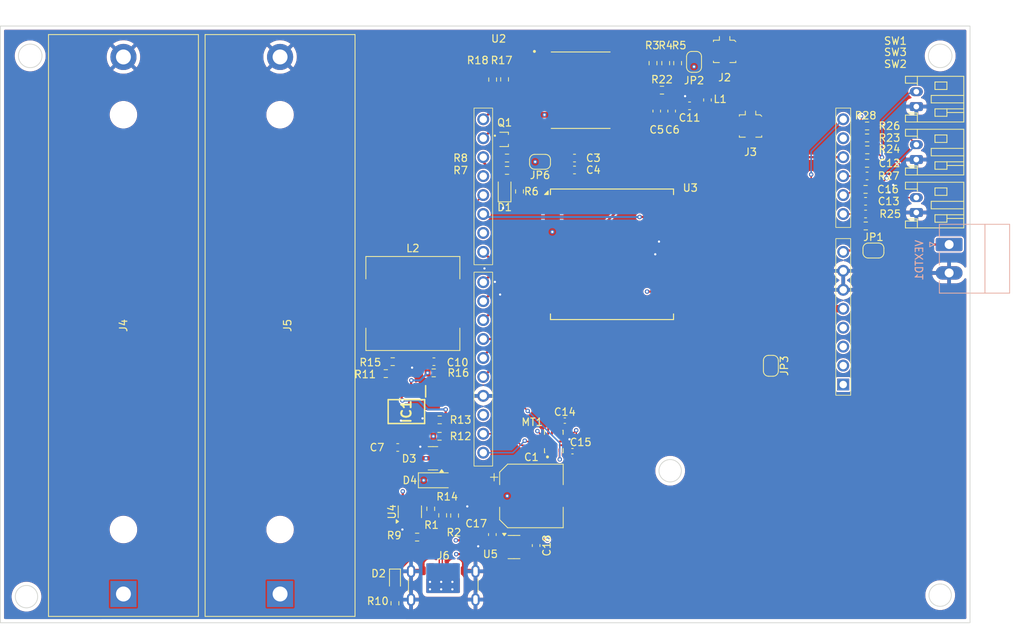
<source format=kicad_pcb>
(kicad_pcb (version 20241229) (generator "pcbnew") (generator_version "9.0")
  (layers (0 "F.Cu" signal) (4 "In1.Cu" signal) (6 "In2.Cu" signal) (2 "B.Cu" signal) (13 "F.Paste" user) (15 "B.Paste" user) (5 "F.SilkS" user "F.Silkscreen") (7 "B.SilkS" user "B.Silkscreen") (1 "F.Mask" user) (3 "B.Mask" user) (25 "Edge.Cuts" user))
  (net 0 "")
  (net 1 "/CONN/PB15_SPI2_MOSI")
  (net 3 "Net-(A2-VIN)")
  (net 4 "/CONN/PI3")
  (net 5 "/CONN/PC6_TX")
  (net 6 "/CONN/PB14_SPI2_MISO")
  (net 7 "/CONN/PB9_SDA")
  (net 8 "/CONN/PI2")
  (net 9 "/CONN/PC7_RX")
  (net 12 "+5V")
  (net 13 "/CONN/PF10_BT3")
  (net 14 "/CONN/PG7")
  (net 15 "/CONN/PA0_BT2")
  (net 16 "/CONN/PIO_SPI2_NSS")
  (net 17 "GND")
  (net 18 "/CONN/PA8")
  (net 19 "/CONN/PB4")
  (net 20 "/CONN/PA15")
  (net 23 "/CONN/PI1_SPI2_SCK")
  (net 24 "/CONN/PB8_SCL")
  (net 25 "/CONN/PF8_LORA_RST")
  (net 26 "/CONN/PF9_BT1")
  (net 28 "+3.3V")
  (net 29 "/GPS/RF_IN")
  (net 30 "+BATT")
  (net 31 "Net-(IC1-FB)")
  (net 32 "Net-(C10-Pad1)")
  (net 33 "Net-(J2-In)")
  (net 34 "Net-(D1-K)")
  (net 35 "Net-(D2-A)")
  (net 36 "Net-(D2-K)")
  (net 38 "/ALIM/vsw")
  (net 39 "Net-(J3-In)")
  (net 40 "/GPS/STANDBY")
  (net 41 "Net-(Q1-B)")
  (net 42 "/GPS/FORCE_ON")
  (net 43 "Net-(R4-Pad1)")
  (net 44 "Net-(JP2-A)")
  (net 45 "Net-(R6-Pad2)")
  (net 46 "Net-(IC1-~{SYNC}{slash}EN)")
  (net 47 "Net-(U4-ISET)")
  (net 48 "Net-(IC1-COMP)")
  (net 49 "Net-(U2-RXD1)")
  (net 50 "Net-(U2-TXD1)")
  (net 51 "Net-(U2-VCC_RF)")
  (net 52 "Net-(R23-Pad2)")
  (net 53 "Net-(R25-Pad2)")
  (net 54 "Net-(R27-Pad2)")
  (net 57 "Net-(JP6-A)")
  (net 61 "Net-(JP1-B)")
  (net 62 "/CONN/PF6")
  (net 63 "/CONN/PG6_STBY_GPS")
  (net 64 "/GPS/VCC_RF")
  (net 65 "Net-(A2-+5V)")
  (net 66 "Net-(J6-CC1)")
  (net 67 "Net-(J6-CC2)")
  (footprint "Resistor_SMD:R_0603_1608Metric" (layer "F.Cu") (at 186.3 65.475 -90)
    (property "Reference" "R5")
    (property "Value" "1k")
  )
  (footprint "Resistor_SMD:R_0603_1608Metric" (layer "F.Cu") (at 211.7 78.9)
    (property "Reference" "R24")
    (property "Value" "10K")
  )
  (footprint "Capacitor_SMD:C_0603_1608Metric" (layer "F.Cu") (at 172.475 78.2)
    (property "Reference" "C3")
    (property "Value" "100nF")
  )
  (footprint "Connector_JST:JST_PH_S2B-PH-K_1x02_P2.00mm_Horizontal" (layer "F.Cu") (at 218.3 78.4 90)
    (property "Reference" "SW3")
    (property "Value" "SW_Push")
  )
  (footprint "Capacitor_SMD:C_0402_1005Metric" (layer "F.Cu") (at 171.18 113.4)
    (property "Reference" "C14")
    (property "Value" "100nF")
  )
  (footprint "Resistor_SMD:R_0603_1608Metric" (layer "F.Cu") (at 184.7 65.475 90)
    (property "Reference" "R4")
    (property "Value" "1k")
  )
  (footprint "Connector_Coaxial:U.FL_Molex_MCRF_73412-0110_Vertical" (layer "F.Cu") (at 196.075 73.9)
    (property "Reference" "J3")
    (property "Value" "Conn_Coaxial")
  )
  (footprint "Connector_JST:JST_PH_S2B-PH-K_1x02_P2.00mm_Horizontal" (layer "F.Cu") (at 218.3 71.3 90)
    (property "Reference" "SW1")
    (property "Value" "SW_Push")
  )
  (footprint "Package_TO_SOT_SMD:SOT-416" (layer "F.Cu") (at 163.1 75.7)
    (property "Reference" "Q1")
    (property "Value" "RE1C")
  )
  (footprint "Resistor_SMD:R_0603_1608Metric" (layer "F.Cu") (at 184.2 69.1)
    (property "Reference" "R22")
    (property "Value" "100R")
  )
  (footprint "RF_Module:Ai-Thinker-Ra-01-LoRa" (layer "F.Cu") (at 177.5 91.1)
    (property "Reference" "U3")
    (property "Value" "Ai-Thinker-Ra-02")
  )
  (footprint "Resistor_SMD:R_0603_1608Metric" (layer "F.Cu") (at 154.8 126.1 90)
    (property "Reference" "R1")
    (property "Value" "5.1k")
  )
  (footprint "Jumper:SolderJumper-2_P1.3mm_Open_RoundedPad1.0x1.5mm" (layer "F.Cu") (at 167.85 78.7 180)
    (property "Reference" "JP6")
    (property "Value" "SolderJumper_2_Open")
  )
  (footprint "Capacitor_SMD:C_0603_1608Metric" (layer "F.Cu") (at 161.4625 128.675 90)
    (property "Reference" "C17")
    (property "Value" "470nF")
  )
  (footprint "Connector_JST:JST_PH_S2B-PH-K_1x02_P2.00mm_Horizontal" (layer "F.Cu") (at 218.3 85.5 90)
    (property "Reference" "SW2")
    (property "Value" "SW_Push")
  )
  (footprint "Package_TO_SOT_SMD:SOT-23" (layer "F.Cu") (at 153.5 118.45 180)
    (property "Reference" "D3")
    (property "Value" "BZX84W")
  )
  (footprint "Connector_Coaxial:U.FL_Molex_MCRF_73412-0110_Vertical" (layer "F.Cu") (at 192.6 63.9)
    (property "Reference" "J2")
    (property "Value" "Conn_Coaxial")
  )
  (footprint "Battery:BatteryHolder_MPD_BH-18650-PC2" (layer "F.Cu") (at 133 136.645 90)
    (property "Reference" "J5")
    (property "Value" "Conn_01x02_Socket")
  )
  (footprint "Capacitor_SMD:C_0603_1608Metric" (layer "F.Cu") (at 187.9 71.2 180)
    (property "Reference" "C11")
    (property "Value" "100pF")
  )
  (footprint "Resistor_SMD:R_0603_1608Metric" (layer "F.Cu") (at 161.5 67.675 -90)
    (property "Reference" "R18")
    (property "Value" "0")
  )
  (footprint "Resistor_SMD:R_0603_1608Metric" (layer "F.Cu") (at 153.2 125.22 -90)
    (property "Reference" "R14")
    (property "Value" "250R")
  )
  (footprint "Capacitor_SMD:C_0603_1608Metric" (layer "F.Cu") (at 211.5 85.7)
    (property "Reference" "C13")
    (property "Value" "10nF")
  )
  (footprint "Resistor_SMD:R_0603_1608Metric" (layer "F.Cu") (at 165.1 82.675 90)
    (property "Reference" "R6")
    (property "Value" "10k")
  )
  (footprint "Resistor_SMD:R_0603_1608Metric" (layer "F.Cu") (at 163.425 79.85 180)
    (property "Reference" "R7")
    (property "Value" "4.7k")
  )
  (footprint "L76L-M33:XCVR_L76L-M33" (layer "F.Cu") (at 173.3 69.1)
    (property "Reference" "U2")
    (property "Value" "L76L-M33")
  )
  (footprint "ICM-45605:IC_ICM-45605" (layer "F.Cu") (at 169.7 116.2 90)
    (property "Reference" "MT1")
    (property "Value" "ICM-45605")
  )
  (footprint "Jumper:SolderJumper-2_P1.3mm_Open_RoundedPad1.0x1.5mm" (layer "F.Cu") (at 188.5 65.3 -90)
    (property "Reference" "JP2")
    (property "Value" "SolderJumper_2_Open")
  )
  (footprint "Inductor_SMD:L_0603_1608Metric" (layer "F.Cu") (at 190.3 70.4125 -90)
    (property "Reference" "L1")
    (property "Value" "47nF")
  )
  (footprint "Resistor_SMD:R_0603_1608Metric" (layer "F.Cu") (at 211.5 82.4)
    (property "Reference" "R27")
    (property "Value" "10K")
  )
  (footprint "LED_SMD:LED_0603_1608Metric" (layer "F.Cu") (at 148.4 134.78875 -90)
    (property "Reference" "D2")
    (property "Value" "LED")
  )
  (footprint "Inductor_SMD:L_12x12mm_H8mm" (layer "F.Cu") (at 150.8 97.7)
    (property "Reference" "L2")
    (property "Value" "100uH")
  )
  (footprint "Capacitor_SMD:C_0603_1608Metric" (layer "F.Cu") (at 148.775 117)
    (property "Reference" "C7")
    (property "Value" "10uF")
  )
  (footprint "Capacitor_SMD:C_0603_1608Metric" (layer "F.Cu") (at 183.5 71.9 -90)
    (property "Reference" "C5")
    (property "Value" "15pF")
  )
  (footprint "Jumper:SolderJumper-2_P1.3mm_Open_RoundedPad1.0x1.5mm" (layer "F.Cu") (at 198.8 106.05 -90)
    (property "Reference" "JP3")
    (property "Value" "SolderJumper_2_Open")
  )
  (footprint "Resistor_SMD:R_0603_1608Metric" (layer "F.Cu") (at 153.6 107)
    (property "Reference" "R16")
    (property "Value" "1k")
  )
  (footprint "Battery:BatteryHolder_MPD_BH-18650-PC2" (layer "F.Cu") (at 112 136.645 90)
    (property "Reference" "J4")
    (property "Value" "Conn_01x02_Socket")
  )
  (footprint "Capacitor_SMD:C_0603_1608Metric" (layer "F.Cu") (at 211.7 80.6)
    (property "Reference" "C12")
    (property "Value" "10nF")
  )
  (footprint "Diode_SMD:D_SOD-323" (layer "F.Cu") (at 163.1 82.45 90)
    (property "Reference" "D1")
    (property "Value" "1N4148WS")
  )
  (footprint "Capacitor_SMD:C_0603_1608Metric" (layer "F.Cu") (at 167.325 130.15 -90)
    (property "Reference" "C18")
    (property "Value" "470nF")
  )
  (footprint "Resistor_SMD:R_0603_1608Metric" (layer "F.Cu") (at 211.7 73.9)
    (property "Reference" "R28")
    (property "Value" "10K")
  )
  (footprint "Resistor_SMD:R_0603_1608Metric" (layer "F.Cu") (at 211.725 77.1)
    (property "Reference" "R23")
    (property "Value" "10K")
  )
  (footprint "MIC3172:SOIC127P599X173-8N" (layer "F.Cu") (at 149.935 112.188 -90)
    (property "Reference" "IC1")
    (property "Value" "MIC3172YM" (hide yes))
  )
  (footprint "Capacitor_SMD:C_0402_1005Metric" (layer "F.Cu") (at 172.2 117.5)
    (property "Reference" "C15")
    (property "Value" "100nF")
  )
  (footprint "Resistor_SMD:R_0603_1608Metric" (layer "F.Cu") (at 154.4 113.3 180)
    (property "Reference" "R13")
    (property "Value" "1,24k")
  )
  (footprint "Resistor_SMD:R_0603_1608Metric" (layer "F.Cu") (at 156.4 126.125 90)
    (property "Reference" "R2")
    (property "Value" "5.1k")
  )
  (footprint "Resistor_SMD:R_0603_1608Metric" (layer "F.Cu") (at 151.375 129.02)
    (property "Reference" "R9")
    (property "Value" "10k")
  )
  (footprint "Resistor_SMD:R_0603_1608Metric" (layer "F.Cu") (at 154.375 115.5)
    (property "Reference" "R12")
    (property "Value" "3,74k")
  )
  (footprint "Resistor_SMD:R_0603_1608Metric" (layer "F.Cu") (at 148.1 105.5)
    (property "Reference" "R15")
    (property "Value" "0")
  )
  (footprint "Capacitor_SMD:C_0603_1608Metric" (layer "F.Cu") (at 172.475 79.8)
    (property "Reference" "C4")
    (property "Value" "10uF")
  )
  (footprint "Resistor_SMD:R_0603_1608Metric" (layer "F.Cu") (at 163.1 67.65 -90)
    (property "Reference" "R17")
    (property "Value" "0")
  )
  (footprint "Package_TO_SOT_SMD:SOT-23-5" (layer "F.Cu") (at 164.3625 130.35)
    (property "Reference" "U5")
    (property "Value" "BU33SD5WG")
  )
  (footprint "Capacitor_SMD:C_0603_1608Metric" (layer "F.Cu") (at 185.5 71.9 -90)
    (property "Reference" "C6")
    (property "Value" "15pF")
  )
  (footprint "Capacitor_SMD:C_0603_1608Metric" (layer "F.Cu") (at 211.5 84)
    (property "Reference" "C16")
    (property "Value" "10nF")
  )
  (footprint "Capacitor_SMD:CP_Elec_8x10" (layer "F.Cu") (at 166.7 123.5)
    (property "Reference" "C1")
    (property "Value" "470u")
  )
  (footprint "Diode_SMD:D_SOD-123" (layer "F.Cu") (at 153.9 121.4)
    (property "Reference" "D4")
    (property "Value" "STPS0520Z")
  )
  (footprint "Connector_USB:USB_C_Receptacle_GCT_USB4125-xx-x_6P_TopMnt_Horizontal" (layer "F.Cu") (at 154.88 136.6)
    (property "Reference" "J6")
    (property "Value" "USB_C_Receptacle_PowerOnly_6P")
  )
  (footprint "Package_TO_SOT_SMD:SOT-23-6" (layer "F.Cu") (at 150.4 125.62 90)
    (property "Reference" "U4")
    (property "Value" "BQ21040DBV")
  )
  (footprint "Resistor_SMD:R_0603_1608Metric" (layer "F.Cu") (at 163.425 78.2 180)
    (property "Reference" "R8")
    (property "Value" "4.7k")
  )
  (footprint "Jumper:SolderJumper-2_P1.3mm_Open_RoundedPad1.0x1.5mm" (layer "F.Cu") (at 212.55 90.6)
    (property "Reference" "JP1")
    (property "Value" "SolderJumper_2_Open")
  )
  (footprint "Capacitor_SMD:C_0603_1608Metric" (layer "F.Cu") (at 153.625 105.5 180)
    (property "Reference" "C10")
    (property "Value" "1uF")
  )
  (footprint "Resistor_SMD:R_0603_1608Metric" (layer "F.Cu") (at 183 65.475 -90)
    (property "Reference" "R3")
    (property "Value" "10k")
  )
  (footprint "Resistor_SMD:R_0603_1608Metric" (layer "F.Cu") (at 211.7 75.5)
    (property "Reference" "R26")
    (property "Value" "10K")
  )
  (footprint "Resistor_SMD:R_0603_1608Metric" (layer "F.Cu") (at 148.4 137.88875 90)
    (property "Reference" "R10")
    (property "Value" "1k")
  )
  (footprint "Resistor_SMD:R_0603_1608Metric" (layer "F.Cu") (at 211.525 87.3)
    (property "Reference" "R25")
    (property "Value" "10K")
  )
  (footprint "Resistor_SMD:R_0603_1608Metric" (layer "F.Cu") (at 147.175 107.1)
    (property "Reference" "R11")
    (property "Value" "0")
  )
  (footprint "Module:Arduino_UNO_R3" (layer "B.Cu") (at 208.5 108.56 90)
    (property "Reference" "A2" (hide yes))
    (property "Value" "Arduino_UNO_R3")
  )
  (footprint "Connector_Phoenix_MC:PhoenixContact_MC_1,5_2-G-3.81_1x02_P3.81mm_Horizontal" (layer "B.Cu") (at 222.7 89.79 -90)
    (property "Reference" "VEXTD1")
    (property "Value" "Conn_01x02_Socket")
  )
  (gr_rect (start 159 93.5) (end 161.5 119.5) (stroke (width 0.1)) (fill no) (layer "F.SilkS"))
  (gr_rect (start 207.5 89) (end 209.5 110) (stroke (width 0.1)) (fill no) (layer "F.SilkS"))
  (gr_rect (start 159 71.5) (end 161.5 92.5) (stroke (width 0.1)) (fill no) (layer "F.SilkS"))
  (gr_rect (start 207.5 71.5) (end 209.5 87.5) (stroke (width 0.1)) (fill no) (layer "F.SilkS"))
  (gr_circle (center 221.5 64.5) (end 223 64) (stroke (width 0.1)) (fill no) (layer "Edge.Cuts"))
  (gr_circle (center 99 137) (end 100.5 137) (stroke (width 0.1)) (fill no) (layer "Edge.Cuts"))
  (gr_circle (center 185.3 120.12) (end 186.8 120.12) (stroke (width 0.1)) (fill no) (layer "Edge.Cuts"))
  (gr_circle (center 221.5 136.8) (end 223 136.8) (stroke (width 0.1)) (fill no) (layer "Edge.Cuts"))
  (gr_rect (start 95.5 60.5) (end 225.5 140.5) (stroke (width 0.1)) (fill no) (layer "Edge.Cuts"))
  (gr_circle (center 99.5 64.5) (end 100 63) (stroke (width 0.1)) (fill no) (layer "Edge.Cuts"))
  (segment (start 185.5 88.1) (end 183.9 88.1) (width 0.3) (layer "F.Cu") (net 1))
  (segment (start 169.54 102.46) (end 160.24 102.46) (width 0.3) (layer "F.Cu") (net 1))
  (segment (start 183.9 88.1) (end 169.54 102.46) (width 0.3) (layer "F.Cu") (net 1))
  (segment (start 211.9 90.6) (end 208.68 90.6) (width 0.3) (layer "F.Cu") (net 3))
  (segment (start 208.68 90.6) (end 208.5 90.78) (width 0.3) (layer "F.Cu") (net 3))
  (segment (start 160.24 90.78) (end 162.96 93.5) (width 0.3) (layer "F.Cu") (net 4))
  (segment (start 162.96 93.5) (end 166.8 93.5) (width 0.3) (layer "F.Cu") (net 4))
  (segment (start 168.2 92.1) (end 169.5 92.1) (width 0.3) (layer "F.Cu") (net 4))
  (segment (start 166.8 93.5) (end 168.2 92.1) (width 0.3) (layer "F.Cu") (net 4))
  (segment (start 163.1 68.475) (end 163.1 72.68) (width 0.3) (layer "F.Cu") (net 5))
  (segment (start 163.1 72.68) (end 160.24 75.54) (width 0.3) (layer "F.Cu") (net 5))
  (segment (start 169.747521 102.961) (end 162.039 102.961) (width 0.3) (layer "F.Cu") (net 6))
  (segment (start 185.5 90.1) (end 182.60852 90.1) (width 0.3) (layer "F.Cu") (net 6))
  (segment (start 160.24 104.76) (end 160.24 105) (width 0.3) (layer "F.Cu") (net 6))
  (segment (start 170.041 102.667521) (end 170.041 102.66752) (width 0.3) (layer "F.Cu") (net 6))
  (segment (start 162.039 102.961) (end 160.24 104.76) (width 0.3) (layer "F.Cu") (net 6))
  (segment (start 170.041 102.66752) (end 169.747521 102.961) (width 0.3) (layer "F.Cu") (net 6))
  (segment (start 182.60852 90.1) (end 170.041 102.667521) (width 0.3) (layer "F.Cu") (net 6))
  (segment (start 160.24 115.16) (end 163.76 115.16) (width 0.2) (layer "F.Cu") (net 7))
  (segment (start 163.76 115.16) (end 165.3 116.7) (width 0.2) (layer "F.Cu") (net 7))
  (segment (start 165.3 116.7) (end 168.7875 116.7) (width 0.2) (layer "F.Cu") (net 7))
  (segment (start 169.5 94.1) (end 160.98 94.1) (width 0.3) (layer "F.Cu") (net 8))
  (segment (start 160.98 94.1) (end 160.24 94.84) (width 0.3) (layer "F.Cu") (net 8))
  (segment (start 161.5 71.74) (end 160.24 73) (width 0.3) (layer "F.Cu") (net 9))
  (segment (start 161.5 68.5) (end 161.5 71.74) (width 0.3) (layer "F.Cu") (net 9))
  (segment (start 167.35 127.4) (end 189 127.4) (width 1) (layer "F.Cu") (net 12))
  (segment (start 198.8 117.6) (end 198.8 106.7) (width 1) (layer "F.Cu") (net 12))
  (segment (start 161.4625 129.45) (end 156.5625 129.45) (width 0.3) (layer "F.Cu") (net 12))
  (segment (start 149.45 122.8825) (end 149.45 124.4825) (width 0.3) (layer "F.Cu") (net 12))
  (segment (start 189 127.4) (end 198.8 117.6) (width 1) (layer "F.Cu") (net 12))
  (segment (start 163.225 129.4) (end 161.5125 129.4) (width 0.3) (layer "F.Cu") (net 12))
  (segment (start 163.45 123.5) (end 167.35 127.4) (width 1) (layer "F.Cu") (net 12))
  (segment (start 156.6125 131.3) (end 163.225 131.3) (width 0.3) (layer "F.Cu") (net 12))
  (segment (start 161.5125 129.4) (end 161.4625 129.45) (width 0.3) (layer "F.Cu") (net 12))
  (via (at 163.45 123.5) (size 0.6) (drill 0.3) (layers "F.Cu" "B.Cu") (net 12))
  (via (at 156.5625 129.45) (size 0.6) (drill 0.3) (layers "F.Cu" "B.Cu") (net 12))
  (via (at 153.55 115.5) (size 0.6) (drill 0.3) (layers "F.Cu" "B.Cu") (net 12))
  (via (at 154.6 135.02) (size 0.6) (drill 0.3) (layers "F.Cu" "B.Cu") (net 12))
  (via (at 149.45 122.8825) (size 0.6) (drill 0.3) (layers "F.Cu" "B.Cu") (net 12))
  (via (at 153.1 135.02) (size 0.6) (drill 0.3) (layers "F.Cu" "B.Cu") (net 12))
  (via (at 154.6 136.02) (size 0.6) (drill 0.3) (layers "F.Cu" "B.Cu") (net 12))
  (via (at 156.1 135.02) (size 0.6) (drill 0.3) (layers "F.Cu" "B.Cu") (net 12))
  (via (at 152.5625 118.45) (size 0.6) (drill 0.3) (layers "F.Cu" "B.Cu") (net 12))
  (via (at 152.25 121.4) (size 0.6) (drill 0.3) (layers "F.Cu" "B.Cu") (net 12))
  (via (at 156.1 136.02) (size 0.6) (drill 0.3) (layers "F.Cu" "B.Cu") (net 12))
  (via (at 156.6125 131.3) (size 0.6) (drill 0.3) (layers "F.Cu" "B.Cu") (net 12))
  (via (at 153.1 136.02) (size 0.6) (drill 0.3) (layers "F.Cu" "B.Cu") (net 12))
  (segment (start 208.5 83.16) (end 209.04 83.16) (width 0.2) (layer "F.Cu") (net 13))
  (segment (start 209.04 83.16) (end 209.8 82.4) (width 0.2) (layer "F.Cu") (net 13))
  (segment (start 209.8 82.4) (end 210.675 82.4) (width 0.2) (layer "F.Cu") (net 13))
  (segment (start 210.675 83.95) (end 210.725 84) (width 0.2) (layer "F.Cu") (net 13))
  (segment (start 210.675 82.4) (end 210.675 83.95) (width 0.2) (layer "F.Cu") (net 13))
  (segment (start 162.741 108.641) (end 166.2 112.1) (width 0.2) (layer "F.Cu") (net 14))
  (segment (start 160.24 83.16) (end 159.139 84.261) (width 0.2) (layer "F.Cu") (net 14))
  (segment (start 170.45 117.3625) (end 170.45 118.55) (width 0.2) (layer "F.Cu") (net 14))
  (segment (start 170.45 118.55) (end 170.5 118.6) (width 0.2) (layer "F.Cu") (net 14))
  (segment (start 159.139 84.261) (end 159.139 107.99605) (width 0.2) (layer "F.Cu") (net 14))
  (segment (start 159.139 107.99605) (end 159.78395 108.641) (width 0.2) (layer "F.Cu") (net 14))
  (segment (start 159.78395 108.641) (end 162.741 108.641) (width 0.2) (layer "F.Cu") (net 14))
  (via (at 166.2 112.1) (size 0.6) (drill 0.3) (layers "F.Cu" "B.Cu") (net 14))
  (via (at 170.5 118.6) (size 0.6) (drill 0.3) (layers "F.Cu" "B.Cu") (net 14))
  (segment (start 166.2 112.1) (end 170.5 116.4) (width 0.2) (layer "B.Cu") (net 14))
  (segment (start 170.5 116.4) (end 170.5 118.6) (width 0.2) (layer "B.Cu") (net 14))
  (segment (start 210.7 87.3) (end 210.7 85.725) (width 0.2) (layer "F.Cu") (net 15))
  (segment (start 208.5 85.7) (end 210.725 85.7) (width 0.2) (layer "F.Cu") (net 15))
  (segment (start 210.7 85.725) (end 210.725 85.7) (width 0.2) (layer "F.Cu") (net 15))
  (segment (start 185.5 86.1) (end 181.2 86.1) (width 0.3) (layer "F.Cu") (net 16))
  (via (at 181.2 86.1) (size 0.6) (drill 0.3) (layers "F.Cu" "B.Cu") (net 16))
  (segment (start 181.2 86.1) (end 160.64 86.1) (width 0.3) (layer "B.Cu") (net 16))
  (segment (start 160.64 86.1) (end 160.24 85.7) (width 0.3) (layer "B.Cu") (net 16))
  (segment (start 149.3 113.5) (end 149.2 113.4) (width 0.2) (layer "F.Cu") (net 17))
  (segment (start 151.84 107.44) (end 150.7 106.3) (width 0.2) (layer "F.Cu") (net 17))
  (segment (start 151.84 109.476) (end 151.84 107.44) (width 0.2) (layer "F.Cu") (net 17))
  (via (at 150.7 106.3) (size 0.6) (drill 0.3) (layers "F.Cu" "B.Cu") (net 17))
  (via (at 183.8 89.4) (size 0.6) (drill 0.3) (layers "F.Cu" "B.Cu") (net 17))
  (via (at 160.4 93) (size 0.6) (drill 0.3) (layers "F.Cu" "B.Cu") (net 17))
  (via (at 149.2 113.4) (size 0.6) (drill 0.3) (layers "F.Cu" "B.Cu") (net 17))
  (via (at 158.1 124.9) (size 0.6) (drill 0.3) (layers "F.Cu" "B.Cu") (net 17))
  (via (at 161.8 94.8) (size 0.6) (drill 0.3) (layers "F.Cu" "B.Cu") (net 17))
  (via (at 151.8 116.9) (size 0.6) (drill 0.3) (layers "F.Cu" "B.Cu") (net 17))
  (via (at 171.8 115.9) (size 0.6) (drill 0.3) (layers "F.Cu" "B.Cu") (net 17))
  (via (at 162.9 84.9) (size 0.6) (drill 0.3) (layers "F.Cu" "B.Cu") (net 17))
  (via (at 214.7 82.8) (size 0.6) (drill 0.3) (layers "F.Cu" "B.Cu") (net 17))
  (via (at 187.3 69.9) (size 0.6) (drill 0.3) (layers "F.Cu" "B.Cu") (net 17))
  (via (at 183.3 91.1) (size 0.6) (drill 0.3) (layers "F.Cu" "B.Cu") (net 17))
  (via (at 215.2 81.8) (size 0.6) (drill 0.3) (layers "F.Cu" "B.Cu") (net 17))
  (via (at 162.5 96.5) (size 0.6) (drill 0.3) (layers "F.Cu" "B.Cu") (net 17))
  (via (at 149.4 128) (size 0.6) (drill 0.3) (layers "F.Cu" "B.Cu") (net 17))
  (via (at 159.5625 130.25) (size 0.6) (drill 0.3) (layers "F.Cu" "B.Cu") (net 17))
  (via (at 152.1 113.1) (size 0.6) (drill 0.3) (layers "F.Cu" "B.Cu") (net 17))
  (segment (start 165.058 95.102) (end 166.252 95.102) (width 0.3) (layer "F.Cu") (net 18))
  (segment (start 169.25 98.1) (end 169.5 98.1) (width 0.3) (layer "F.Cu") (net 18))
  (segment (start 166.252 95.102) (end 169.25 98.1) (width 0.3) (layer "F.Cu") (net 18))
  (segment (start 160.24 99.92) (end 165.058 95.102) (width 0.3) (layer "F.Cu") (net 18))
  (segment (start 185.5 96.1) (end 182.2 96.1) (width 0.3) (layer "F.Cu") (net 19))
  (via (at 182.2 96.1) (size 0.6) (drill 0.3) (layers "F.Cu" "B.Cu") (net 19))
  (segment (start 168.6 96.1) (end 167.101 94.601) (width 0.3) (layer "F.Cu") (net 20))
  (segment (start 169.5 96.1) (end 168.6 96.1) (width 0.3) (layer "F.Cu") (net 20))
  (segment (start 160.24 97.38) (end 160.24 97.361) (width 0.3) (layer "F.Cu") (net 20))
  (segment (start 160.24 97.361) (end 163 94.601) (width 0.3) (layer "F.Cu") (net 20))
  (segment (start 167.101 94.601) (end 163 94.601) (width 0.3) (layer "F.Cu") (net 20))
  (segment (start 170.542 102.875042) (end 169.955042 103.462) (width 0.3) (layer "F.Cu") (net 23))
  (segment (start 170.542 102.87504) (end 170.542 102.875042) (width 0.3) (layer "F.Cu") (net 23))
  (segment (start 181.31704 92.1) (end 170.542 102.87504) (width 0.3) (layer "F.Cu") (net 23))
  (segment (start 185.5 92.1) (end 181.31704 92.1) (width 0.3) (layer "F.Cu") (net 23))
  (segment (start 169.955042 103.462) (end 164.318 103.462) (width 0.3) (layer "F.Cu") (net 23))
  (segment (start 164.318 103.462) (end 160.24 107.54) (width 0.3) (layer "F.Cu") (net 23))
  (segment (start 168.7875 116.2) (end 165.9 116.2) (width 0.2) (layer "F.Cu") (net 24))
  (segment (start 165.9 116.2) (end 165.8 116.1) (width 0.2) (layer "F.Cu") (net 24))
  (via (at 165.8 116.1) (size 0.6) (drill 0.3) (layers "F.Cu" "B.Cu") (net 24))
  (segment (start 165.8 116.1) (end 164.2 117.7) (width 0.2) (layer "B.Cu") (net 24))
  (segment (start 164.2 117.7) (end 160.24 117.7) (width 0.2) (layer "B.Cu") (net 24))
  (segment (start 185.42 78.08) (end 208.5 78.08) (width 0.3) (layer "F.Cu") (net 25))
  (segment (start 173.4 90.1) (end 185.42 78.08) (width 0.3) (layer "F.Cu") (net 25))
  (segment (start 169.5 90.1) (end 173.4 90.1) (width 0.3) (layer "F.Cu") (net 25))
  (segment (start 210.905 80.62) (end 210.925 80.6) (width 0.2) (layer "F.Cu") (net 26))
  (segment (start 210.925 80.6) (end 210.925 78.95) (width 0.2) (layer "F.Cu") (net 26))
  (segment (start 210.925 78.95) (end 210.875 78.9) (width 0.2) (layer "F.Cu") (net 26))
  (segment (start 208.5 80.62) (end 210.905 80.62) (width 0.2) (layer "F.Cu") (net 26))
  (segment (start 168.8375 129.375) (end 168.8625 129.35) (width 0.3) (layer "F.Cu") (net 28))
  (segment (start 167.3 129.4) (end 167.325 129.375) (width 0.3) (layer "F.Cu") (net 28))
  (segment (start 210.875 77.075) (end 210.9 77.1) (width 0.2) (layer "F.Cu") (net 28))
  (segment (start 210.9 72.6) (end 210.9 73.875) (width 0.2) (layer "F.Cu") (net 28))
  (segment (start 167.325 129.375) (end 168.8375 129.375) (width 0.3) (layer "F.Cu") (net 28))
  (segment (start 170.7 114.4) (end 170.7 113.4) (width 0.2) (layer "F.Cu") (net 28))
  (segment (start 171.7 79.8) (end 171.7 78.2) (width 0.3) (layer "F.Cu") (net 28))
  (segment (start 172.3625 115.0375) (end 172.7 114.7) (width 0.2) (layer "F.Cu") (net 28))
  (segment (start 171.7 78.2) (end 171.7 73.1) (width 0.3) (layer "F.Cu") (net 28))
  (segment (start 171.72 116.92) (end 171.5 116.7) (width 0.2) (layer "F.Cu") (net 28))
  (segment (start 170.45 115.0375) (end 170.45 114.65) (width 0.2) (layer "F.Cu") (net 28))
  (segment (start 171.7 73.1) (end 171 72.4) (width 0.3) (layer "F.Cu") (net 28))
  (segment (start 171 72.4) (end 168.45 72.4) (width 0.3) (layer "F.Cu") (net 28))
  (segment (start 168.4 115.7) (end 167.5 114.8) (width 0.2) (layer "F.Cu") (net 28))
  (segment (start 165.5 129.4) (end 167.3 129.4) (width 0.3) (layer "F.Cu") (net 28))
  (segment (start 210.875 73.9) (end 210.875 75.5) (width 0.2) (layer "F.Cu") (net 28))
  (segment (start 210.875 75.5) (end 210.875 77.075) (width 0.2) (layer "F.Cu") (net 28))
  (segment (start 168.7875 115.7) (end 168.4 115.7) (width 0.2) (layer "F.Cu") (net 28))
  (segment (start 171.5 116.7) (end 171.9 116.7) (width 0.2) (layer "F.Cu") (net 28))
  (segment (start 210.9 73.875) (end 210.875 73.9) (width 0.2) (layer "F.Cu") (net 28))
  (segment (start 171.72 117.5) (end 171.72 116.92) (width 0.2) (layer "F.Cu") (net 28))
  (segment (start 170.45 115.0375) (end 172.3625 115.0375) (width 0.2) (layer "F.Cu") (net 28))
  (segment (start 171.9 116.7) (end 172.7 115.9) (width 0.2) (layer "F.Cu") (net 28))
  (segment (start 171.5 116.7) (end 170.6125 116.7) (width 0.2) (layer "F.Cu") (net 28))
  (segment (start 172.7 115.9) (end 172.7 114.7) (width 0.2) (layer "F.Cu") (net 28))
  (segment (start 170.45 114.65) (end 170.7 114.4) (width 0.2) (layer "F.Cu") (net 28))
  (via (at 167.5 114.8) (size 0.6) (drill 0.3) (layers "F.Cu" "B.Cu") (net 28))
  (via (at 167.2 78.7) (size 0.6) (drill 0.3) (layers "F.Cu" "B.Cu") (net 28))
  (via (at 168.8625 129.35) (size 0.6) (drill 0.3) (layers "F.Cu" "B.Cu") (net 28))
  (via (at 210.9 72.6) (size 0.6) (drill 0.3) (layers "F.Cu" "B.Cu") (net 28))
  (via (at 169.5 88.1) (size 0.6) (drill 0.3) (layers "F.Cu" "B.Cu") (net 28))
  (via (at 168.45 72.4) (size 0.6) (drill 0.3) (layers "F.Cu" "B.Cu") (net 28))
  (via (at 172.7 114.7) (size 0.6) (drill 0.3) (layers "F.Cu" "B.Cu") (net 28))
  (via (at 188.5 65.95) (size 0.6) (drill 0.3) (layers "F.Cu" "B.Cu") (net 28))
  (segment (start 187.125 71.2) (end 185.575 71.2) (width 0.3) (layer "F.Cu") (net 29))
  (segment (start 185.575 71.2) (end 185.5 71.125) (width 0.3) (layer "F.Cu") (net 29))
  (segment (start 178.15 72.4) (end 180.6 72.4) (width 0.3) (layer "F.Cu") (net 29))
  (segment (start 180.6 72.4) (end 181.875 71.125) (width 0.3) (layer "F.Cu") (net 29))
  (segment (start 181.875 71.125) (end 183.5 71.125) (width 0.3) (layer "F.Cu") (net 29))
  (segment (start 185.5 71.125) (end 183.5 71.125) (width 0.3) (layer "F.Cu") (net 29))
  (segment (start 155.2 113.275) (end 155.225 113.3) (width 0.3) (layer "F.Cu") (net 31))
  (segment (start 149.3 109.476) (end 149.3 110.5) (width 0.3) (layer "F.Cu") (net 31))
  (segment (start 155.2 113.325) (end 155.225 113.3) (width 0.3) (layer "F.Cu") (net 31))
  (segment (start 149.3 110.5) (end 149.3 110.6) (width 0.3) (layer "F.Cu") (net 31))
  (segment (start 149.3 110.6) (end 149.4 110.7) (width 0.3) (layer "F.Cu") (net 31))
  (segment (start 155.2 115.5) (end 155.2 113.325) (width 0.3) (layer "F.Cu") (net 31))
  (segment (start 155.2 111.9) (end 155.2 113.275) (width 0.3) (layer "F.Cu") (net 31))
  (via (at 155.2 111.9) (size 0.6) (drill 0.3) (layers "F.Cu" "B.Cu") (net 31))
  (via (at 149.4 110.7) (size 0.6) (drill 0.3) (layers "F.Cu" "B.Cu") (net 31))
  (segment (start 149.4 110.7) (end 151.6 110.7) (width 0.3) (layer "B.Cu") (net 31))
  (segment (start 152.8 111.9) (end 155.2 111.9) (width 0.3) (layer "B.Cu") (net 31))
  (segment (start 151.6 110.7) (end 152.8 111.9) (width 0.3) (layer "B.Cu") (net 31))
  (segment (start 154.4 106.975) (end 154.425 107) (width 0.2) (layer "F.Cu") (net 32))
  (segment (start 154.4 105.5) (end 154.4 106.975) (width 0.2) (layer "F.Cu") (net 32))
  (segment (start 190.3 71.2) (end 192.6 68.9) (width 0.3) (layer "F.Cu") (net 33))
  (segment (start 192.6 68.9) (end 192.6 65.4) (width 0.3) (layer "F.Cu") (net 33))
  (segment (start 188.675 71.2) (end 190.3 71.2) (width 0.3) (layer "F.Cu") (net 33))
  (segment (start 163.1 83.5) (end 165.1 83.5) (width 0.3) (layer "F.Cu") (net 34))
  (segment (start 148.4 137.06375) (end 148.4 135.57625) (width 0.3) (layer "F.Cu") (net 35))
  (segment (start 151.35 126.7575) (end 151.4 126.8075) (width 0.3) (layer "F.Cu") (net 36))
  (segment (start 151.4 126.8075) (end 151.4 131.00125) (width 0.3) (layer "F.Cu") (net 36))
  (segment (start 151.4 131.00125) (end 148.4 134.00125) (width 0.3) (layer "F.Cu") (net 36))
  (segment (start 178.3 84.1) (end 187 75.4) (width 0.3) (layer "F.Cu") (net 39))
  (segment (start 169.5 84.1) (end 178.3 84.1) (width 0.3) (layer "F.Cu") (net 39))
  (segment (start 187 75.4) (end 196.075 75.4) (width 0.3) (layer "F.Cu") (net 39))
  (segment (start 164.2 75.7) (end 165.1 74.8) (width 0.3) (layer "F.Cu") (net 40))
  (segment (start 165.1 74.8) (end 165.1 70.1) (width 0.3) (layer "F.Cu") (net 40))
  (segment (start 166.1 69.1) (end 168.45 69.1) (width 0.3) (layer "F.Cu") (net 40))
  (segment (start 163.75 75.7) (end 164.2 75.7) (width 0.3) (layer "F.Cu") (net 40))
  (segment (start 165.1 70.1) (end 166.1 69.1) (width 0.3) (layer "F.Cu") (net 40))
  (segment (start 162.6 77.05) (end 162.45 76.9) (width 0.3) (layer "F.Cu") (net 41))
  (segment (start 162.6 78.2) (end 162.6 77.05) (width 0.3) (layer "F.Cu") (net 41))
  (segment (start 162.45 76.2) (end 162.45 76.9) (width 0.3) (layer "F.Cu") (net 41))
  (segment (start 162.6 78.2) (end 162.6 79.85) (width 0.3) (layer "F.Cu") (net 41))
  (segment (start 162.65 79.8) (end 162.6 79.85) (width 0.3) (layer "F.Cu") (net 41))
  (segment (start 184.7 64.65) (end 183 64.65) (width 0.3) (layer "F.Cu") (net 42))
  (segment (start 182.8 64.65) (end 182.75 64.7) (width 0.3) (layer "F.Cu") (net 42))
  (segment (start 182.75 64.7) (end 178.15 64.7) (width 0.3) (layer "F.Cu") (net 42))
  (segment (start 183 64.65) (end 182.8 64.65) (width 0.3) (layer "F.Cu") (net 42))
  (segment (start 184.7 66.3) (end 186.3 66.3) (width 0.3) (layer "F.Cu") (net 43))
  (segment (start 186.3 64.65) (end 188.5 64.65) (width 0.3) (layer "F.Cu") (net 44))
  (segment (start 164.7 79.85) (end 164.25 79.85) (width 0.3) (layer "F.Cu") (net 45))
  (segment (start 165.1 81.85) (end 165.1 80.25) (width 0.3) (layer "F.Cu") (net 45))
  (segment (start 165.1 80.25) (end 164.7 79.85) (width 0.3) (layer "F.Cu") (net 45))
  (segment (start 148.03 107.13) (end 148 107.1) (width 0.3) (layer "F.Cu") (net 46))
  (segment (start 148.03 109.476) (end 148.03 107.13) (width 0.3) (layer "F.Cu") (net 46))
  (segment (start 147.7 105.5) (end 147.275 105.5) (width 0.3) (layer "F.Cu") (net 46))
  (segment (start 148 107.1) (end 148 105.8) (width 0.3) (layer "F.Cu") (net 46))
  (segment (start 148 105.8) (end 147.7 105.5) (width 0.3) (layer "F.Cu") (net 46))
  (segment (start 151.4375 124.395) (end 153.15 124.395) (width 0.3) (layer "F.Cu") (net 47))
  (segment (start 151.35 124.4825) (end 151.4375 124.395) (width 0.3) (layer "F.Cu") (net 47))
  (segment (start 153.15 124.395) (end 153.2125 124.4575) (width 0.3) (layer "F.Cu") (net 47))
  (segment (start 150.57 109.476) (end 150.57 108.03) (width 0.3) (layer "F.Cu") (net 48))
  (segment (start 150.57 108.03) (end 150.6 108) (width 0.3) (layer "F.Cu") (net 48))
  (via (at 150.6 108) (size 0.6) (drill 0.3) (layers "F.Cu" "B.Cu") (net 48))
  (via (at 152.775 107) (size 0.6) (drill 0.3) (layers "F.Cu" "B.Cu") (net 48))
  (segment (start 151.775 108) (end 152.775 107) (width 0.3) (layer "B.Cu") (net 48))
  (segment (start 150.6 108) (end 151.775 108) (width 0.3) (layer "B.Cu") (net 48))
  (segment (start 164.6 66.3) (end 164.075 66.825) (width 0.3) (layer "F.Cu") (net 49))
  (segment (start 167.4 66.9) (end 166.8 66.3) (width 0.3) (layer "F.Cu") (net 49))
  (segment (start 163.175 66.9) (end 163.1 66.825) (width 0.3) (layer "F.Cu") (net 49))
  (segment (start 168.45 66.9) (end 167.4 66.9) (width 0.3) (layer "F.Cu") (net 49))
  (segment (start 164.075 66.825) (end 163.1 66.825) (width 0.3) (layer "F.Cu") (net 49))
  (segment (start 166.8 66.3) (end 164.6 66.3) (width 0.3) (layer "F.Cu") (net 49))
  (segment (start 162.3 65.8) (end 168.45 65.8) (width 0.3) (layer "F.Cu") (net 50))
  (segment (start 161.5 66.6) (end 162.3 65.8) (width 0.3) (layer "F.Cu") (net 50))
  (segment (start 161.5 66.85) (end 161.5 66.6) (width 0.3) (layer "F.Cu") (net 50))
  (segment (start 183.375 69.1) (end 178.15 69.1) (width 0.3) (layer "F.Cu") (net 51))
  (segment (start 212.55 77.1) (end 212.7 77.1) (width 0.2) (layer "F.Cu") (net 52))
  (segment (start 212.7 77.1) (end 213.7 78.1) (width 0.2) (layer "F.Cu") (net 52))
  (segment (start 212.525 77.125) (end 212.55 77.1) (width 0.2) (layer "F.Cu") (net 52))
  (segment (start 212.525 78.9) (end 212.525 77.125) (width 0.2) (layer "F.Cu") (net 52))
  (via (at 213.7 78.1) (size 0.6) (drill 0.3) (layers "F.Cu" "B.Cu") (net 52))
  (segment (start 217.6 69.3) (end 218.3 69.3) (width 0.2) (layer "B.Cu") (net 52))
  (segment (start 213.7 78.1) (end 213.7 73.2) (width 0.2) (layer "B.Cu") (net 52))
  (segment (start 213.7 73.2) (end 217.6 69.3) (width 0.2) (layer "B.Cu") (net 52))
  (segment (start 216.4 79.375) (end 216.4 83.3) (width 0.2) (layer "F.Cu") (net 53))
  (segment (start 216.6 83.5) (end 218.3 83.5) (width 0.2) (layer "F.Cu") (net 53))
  (segment (start 212.35 87.3) (end 212.8 87.3) (width 0.2) (layer "F.Cu") (net 53))
  (segment (start 216.4 83.3) (end 216.6 83.5) (width 0.2) (layer "F.Cu") (net 53))
  (segment (start 212.525 75.5) (end 216.4 79.375) (width 0.2) (layer "F.Cu") (net 53))
  (segment (start 212.8 87.3) (end 216.6 83.5) (width 0.2) (layer "F.Cu") (net 53))
  (segment (start 212.325 82.4) (end 212.8 82.4) (width 0.2) (layer "F.Cu") (net 54))
  (segment (start 212.8 82.4) (end 214.3 80.9) (width 0.2) (layer "F.Cu") (net 54))
  (segment (start 212.525 73.9) (end 215.8 73.9) (width 0.2) (layer "F.Cu") (net 54))
  (segment (start 215.8 73.9) (end 218.3 76.4) (width 0.2) (layer "F.Cu") (net 54))
  (via (at 214.3 80.9) (size 0.6) (drill 0.3) (layers "F.Cu" "B.Cu") (net 54))
  (segment (start 214.3 80.4) (end 218.3 76.4) (width 0.2) (layer "B.Cu") (net 54))
  (segment (start 214.3 80.9) (end 214.3 80.4) (width 0.2) (layer "B.Cu") (net 54))
  (segment (start 168.45 77.7) (end 168.45 73.5) (width 0.3) (layer "F.Cu") (net 57))
  (segment (start 168.5 78.7) (end 168.5 77.75) (width 0.3) (layer "F.Cu") (net 57))
  (segment (start 168.5 77.75) (end 168.45 77.7) (width 0.3) (layer "F.Cu") (net 57))
  (segment (start 213.2 90.6) (end 214.01 89.79) (width 0.3) (layer "F.Cu") (net 61))
  (segment (start 214.01 89.79) (end 222.7 89.79) (width 0.3) (layer "F.Cu") (net 61))
  (segment (start 204.2 89.5) (end 204.2 80.4) (width 0.2) (layer "F.Cu") (net 62))
  (segment (start 169.95 112.35) (end 180.6 101.7) (width 0.2) (layer "F.Cu") (net 62))
  (segment (start 169.95 115.0375) (end 169.95 112.35) (width 0.2) (layer "F.Cu") (net 62))
  (segment (start 180.6 101.7) (end 192 101.7) (width 0.2) (layer "F.Cu") (net 62))
  (segment (start 192 101.7) (end 204.2 89.5) (width 0.2) (layer "F.Cu") (net 62))
  (via (at 204.2 80.4) (size 0.6) (drill 0.3) (layers "F.Cu" "B.Cu") (net 62))
  (segment (start 204.2 80.4) (end 204.2 77.3) (width 0.2) (layer "B.Cu") (net 62))
  (segment (start 204.2 77.3) (end 208.5 73) (width 0.2) (layer "B.Cu") (net 62))
  (segment (start 163.1 81.4) (end 162.890226 81.4) (width 0.3) (layer "F.Cu") (net 63))
  (segment (start 162.890226 81.4) (end 160.24 78.749774) (width 0.3) (layer "F.Cu") (net 63))
  (segment (start 160.24 78.749774) (end 160.24 78.08) (width 0.3) (layer "F.Cu") (net 63))
  (segment (start 185.025 69.1) (end 189.775 69.1) (width 0.3) (layer "F.Cu") (net 64))
  (segment (start 189.775 69.1) (end 190.3 69.625) (width 0.3) (layer "F.Cu") (net 64))
  (segment (start 205.8 98.4) (end 198.8 105.4) (width 1) (layer "F.Cu") (net 65))
  (segment (start 208.5 98.4) (end 205.8 98.4) (width 1) (layer "F.Cu") (net 65))
  (segment (start 154.8 126.925) (end 154.35 127.375) (width 0.2) (layer "F.Cu") (net 66))
  (segment (start 154.35 127.375) (end 154.35 133.52) (width 0.2) (layer "F.Cu") (net 66))
  (segment (start 154.751 132.551) (end 155.35 133.15) (width 0.2) (layer "F.Cu") (net 67))
  (segment (start 155.35 133.15) (end 155.35 133.52) (width 0.2) (layer "F.Cu") (net 67))
  (segment (start 154.751 128.849) (end 154.751 132.551) (width 0.2) (layer "F.Cu") (net 67))
  (segment (start 156.4 126.95) (end 156.4 127.2) (width 0.2) (layer "F.Cu") (net 67))
  (segment (start 156.4 127.2) (end 154.751 128.849) (width 0.2) (layer "F.Cu") (net 67))
  (zone (net 30) (net_name "+BATT") (layer "F.Cu") (priority 4) (connect_pads yes (clearance 0.5)) (min_thickness 0.25) (fill yes (thermal_gap 0.5) (thermal_bridge_width 0.5))
    (polygon (pts (xy 149.9 125.72) (xy 149.9 128.32) (xy 148.5 128.32) (xy 148.5 94.609805) (xy 143.2 94.489805) (xy 143.2 121) (xy 143.2 131.3) (xy 109.4 131.312896) (xy 109.4 139.42) (xy 149.5 139.42) (xy 149.5 131.42) (xy 151.3 131.42) (xy 151.3 128.12) (xy 150.9 127.62) (xy 150.9 125.72)))
  )
  (zone (net 38) (net_name "/ALIM/vsw") (layer "F.Cu") (priority 5) (connect_pads (clearance 0.5)) (min_thickness 0.25) (fill yes (thermal_gap 0.5) (thermal_bridge_width 0.5))
    (polygon (pts (xy 149.9 115.9) (xy 151.4 115.9) (xy 151.4 111.983335) (xy 154.4 112) (xy 154.6 123.9) (xy 156.99892 123.9) (xy 157.108273 93.5) (xy 153.285058 93.5) (xy 153.383333 110.6) (xy 149.9 110.6)))
  )
  (zone (net 12) (net_name "+5V") (layers "F.Cu" "B.Cu") (priority 3) (connect_pads yes (clearance 0.5)) (min_thickness 0.25) (fill yes (thermal_gap 0.5) (thermal_bridge_width 0.5))
    (polygon (pts (xy 152.6 132.52) (xy 157.1 132.52) (xy 157.1 136.52) (xy 152.6 136.52)))
  )
  (zone (net 17) (net_name "GND") (layers "F.Cu" "B.Cu" "In1.Cu") (connect_pads (clearance 0.2)) (min_thickness 0.25) (fill yes (thermal_gap 0.5) (thermal_bridge_width 0.5))
    (polygon (pts (xy 95.5 60.5) (xy 95.5 140.5) (xy 225.5 140.5) (xy 225.5 60.5)))
  )
)
</source>
